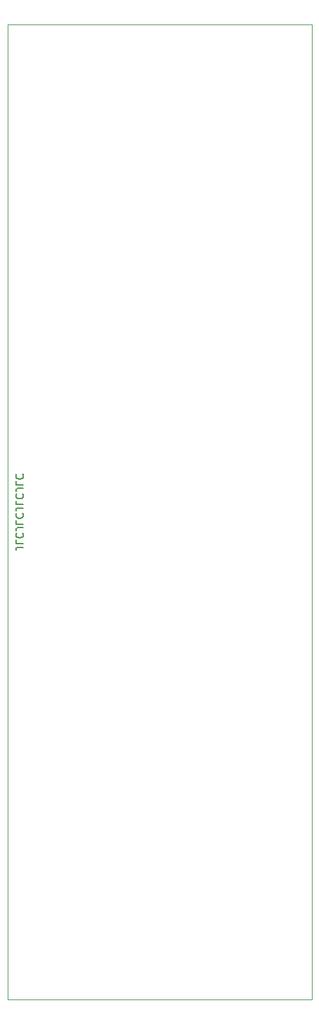
<source format=gbo>
G04 #@! TF.GenerationSoftware,KiCad,Pcbnew,(6.0.0)*
G04 #@! TF.CreationDate,2022-07-07T20:03:20+01:00*
G04 #@! TF.ProjectId,Snare+Hihat,536e6172-652b-4486-9968-61742e6b6963,rev?*
G04 #@! TF.SameCoordinates,Original*
G04 #@! TF.FileFunction,Legend,Bot*
G04 #@! TF.FilePolarity,Positive*
%FSLAX46Y46*%
G04 Gerber Fmt 4.6, Leading zero omitted, Abs format (unit mm)*
G04 Created by KiCad (PCBNEW (6.0.0)) date 2022-07-07 20:03:20*
%MOMM*%
%LPD*%
G01*
G04 APERTURE LIST*
%ADD10C,0.150000*%
G04 #@! TA.AperFunction,Profile*
%ADD11C,0.050000*%
G04 #@! TD*
%ADD12C,0.100000*%
%ADD13O,6.700000X4.200000*%
G04 APERTURE END LIST*
D10*
X86547619Y-94619047D02*
X85833333Y-94619047D01*
X85690476Y-94666666D01*
X85595238Y-94761904D01*
X85547619Y-94904761D01*
X85547619Y-95000000D01*
X85547619Y-93666666D02*
X85547619Y-94142857D01*
X86547619Y-94142857D01*
X85642857Y-92761904D02*
X85595238Y-92809523D01*
X85547619Y-92952380D01*
X85547619Y-93047619D01*
X85595238Y-93190476D01*
X85690476Y-93285714D01*
X85785714Y-93333333D01*
X85976190Y-93380952D01*
X86119047Y-93380952D01*
X86309523Y-93333333D01*
X86404761Y-93285714D01*
X86500000Y-93190476D01*
X86547619Y-93047619D01*
X86547619Y-92952380D01*
X86500000Y-92809523D01*
X86452380Y-92761904D01*
X86547619Y-92047619D02*
X85833333Y-92047619D01*
X85690476Y-92095238D01*
X85595238Y-92190476D01*
X85547619Y-92333333D01*
X85547619Y-92428571D01*
X85547619Y-91095238D02*
X85547619Y-91571428D01*
X86547619Y-91571428D01*
X85642857Y-90190476D02*
X85595238Y-90238095D01*
X85547619Y-90380952D01*
X85547619Y-90476190D01*
X85595238Y-90619047D01*
X85690476Y-90714285D01*
X85785714Y-90761904D01*
X85976190Y-90809523D01*
X86119047Y-90809523D01*
X86309523Y-90761904D01*
X86404761Y-90714285D01*
X86500000Y-90619047D01*
X86547619Y-90476190D01*
X86547619Y-90380952D01*
X86500000Y-90238095D01*
X86452380Y-90190476D01*
X86547619Y-89476190D02*
X85833333Y-89476190D01*
X85690476Y-89523809D01*
X85595238Y-89619047D01*
X85547619Y-89761904D01*
X85547619Y-89857142D01*
X85547619Y-88523809D02*
X85547619Y-89000000D01*
X86547619Y-89000000D01*
X85642857Y-87619047D02*
X85595238Y-87666666D01*
X85547619Y-87809523D01*
X85547619Y-87904761D01*
X85595238Y-88047619D01*
X85690476Y-88142857D01*
X85785714Y-88190476D01*
X85976190Y-88238095D01*
X86119047Y-88238095D01*
X86309523Y-88190476D01*
X86404761Y-88142857D01*
X86500000Y-88047619D01*
X86547619Y-87904761D01*
X86547619Y-87809523D01*
X86500000Y-87666666D01*
X86452380Y-87619047D01*
X86547619Y-86904761D02*
X85833333Y-86904761D01*
X85690476Y-86952380D01*
X85595238Y-87047619D01*
X85547619Y-87190476D01*
X85547619Y-87285714D01*
X85547619Y-85952380D02*
X85547619Y-86428571D01*
X86547619Y-86428571D01*
X85642857Y-85047619D02*
X85595238Y-85095238D01*
X85547619Y-85238095D01*
X85547619Y-85333333D01*
X85595238Y-85476190D01*
X85690476Y-85571428D01*
X85785714Y-85619047D01*
X85976190Y-85666666D01*
X86119047Y-85666666D01*
X86309523Y-85619047D01*
X86404761Y-85571428D01*
X86500000Y-85476190D01*
X86547619Y-85333333D01*
X86547619Y-85238095D01*
X86500000Y-85095238D01*
X86452380Y-85047619D01*
D11*
X84500000Y-26000000D02*
X84499999Y-149500001D01*
X84500000Y-26000000D02*
X124500000Y-26000000D01*
X124500000Y-154000000D02*
X84500000Y-154000000D01*
X84500000Y-154000000D02*
X84499999Y-149500001D01*
X124500000Y-26000000D02*
X124500000Y-154000000D01*
%LPC*%
D12*
X91000000Y-110500000D02*
X96000000Y-110500000D01*
X96000000Y-110500000D02*
X96000000Y-115500000D01*
X96000000Y-115500000D02*
X91000000Y-115500000D01*
X91000000Y-115500000D02*
X91000000Y-110500000D01*
G36*
X96000000Y-115500000D02*
G01*
X91000000Y-115500000D01*
X91000000Y-110500000D01*
X96000000Y-110500000D01*
X96000000Y-115500000D01*
G37*
X96000000Y-115500000D02*
X91000000Y-115500000D01*
X91000000Y-110500000D01*
X96000000Y-110500000D01*
X96000000Y-115500000D01*
X113000000Y-110500000D02*
X118000000Y-110500000D01*
X118000000Y-110500000D02*
X118000000Y-115500000D01*
X118000000Y-115500000D02*
X113000000Y-115500000D01*
X113000000Y-115500000D02*
X113000000Y-110500000D01*
G36*
X118000000Y-115500000D02*
G01*
X113000000Y-115500000D01*
X113000000Y-110500000D01*
X118000000Y-110500000D01*
X118000000Y-115500000D01*
G37*
X118000000Y-115500000D02*
X113000000Y-115500000D01*
X113000000Y-110500000D01*
X118000000Y-110500000D01*
X118000000Y-115500000D01*
D13*
X117000000Y-151000000D03*
X92000000Y-151000000D03*
X91500000Y-29000000D03*
X117000000Y-29000000D03*
M02*

</source>
